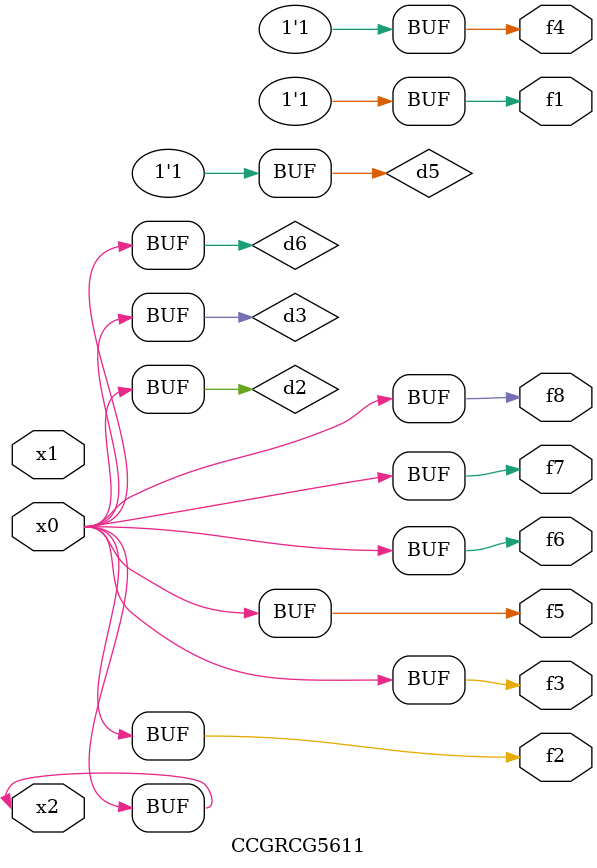
<source format=v>
module CCGRCG5611(
	input x0, x1, x2,
	output f1, f2, f3, f4, f5, f6, f7, f8
);

	wire d1, d2, d3, d4, d5, d6;

	xnor (d1, x2);
	buf (d2, x0, x2);
	and (d3, x0);
	xnor (d4, x1, x2);
	nand (d5, d1, d3);
	buf (d6, d2, d3);
	assign f1 = d5;
	assign f2 = d6;
	assign f3 = d6;
	assign f4 = d5;
	assign f5 = d6;
	assign f6 = d6;
	assign f7 = d6;
	assign f8 = d6;
endmodule

</source>
